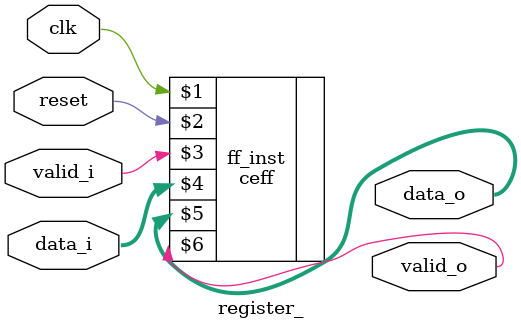
<source format=sv>
`timescale 1ns/1ns

module register_ #(
	parameter SIZE = 32
)
(
	input clk,
	input reset,
	input valid_i,

	input logic [SIZE - 1: 0] data_i,
	output logic [SIZE - 1: 0] data_o,
	output bit valid_o
);

// not handled by parser
// ceff #(.SIZE(SIZE)) ff_inst(.*)
ceff #(.SIZE(SIZE)) ff_inst(
	clk,
	reset,
	valid_i,
	data_i,
	data_o,
	valid_o
);

endmodule

</source>
